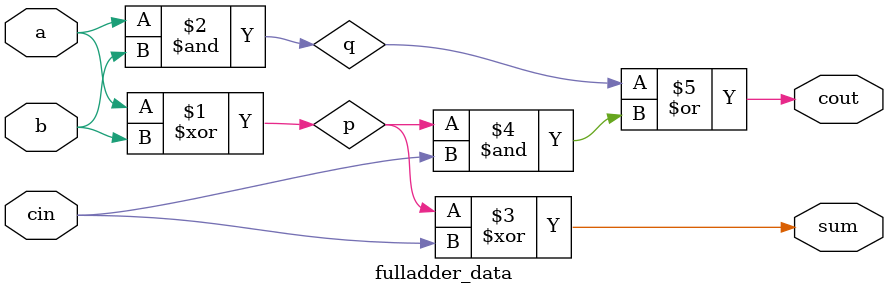
<source format=sv>
module fulladder_data(
  input logic a, b, cin, 
  output logic sum, cout
);
  logic p, q;  
  assign p = a ^ b;
  assign q = a & b;
  assign sum = p ^ cin;
  assign cout = q | (p & cin);
endmodule

</source>
